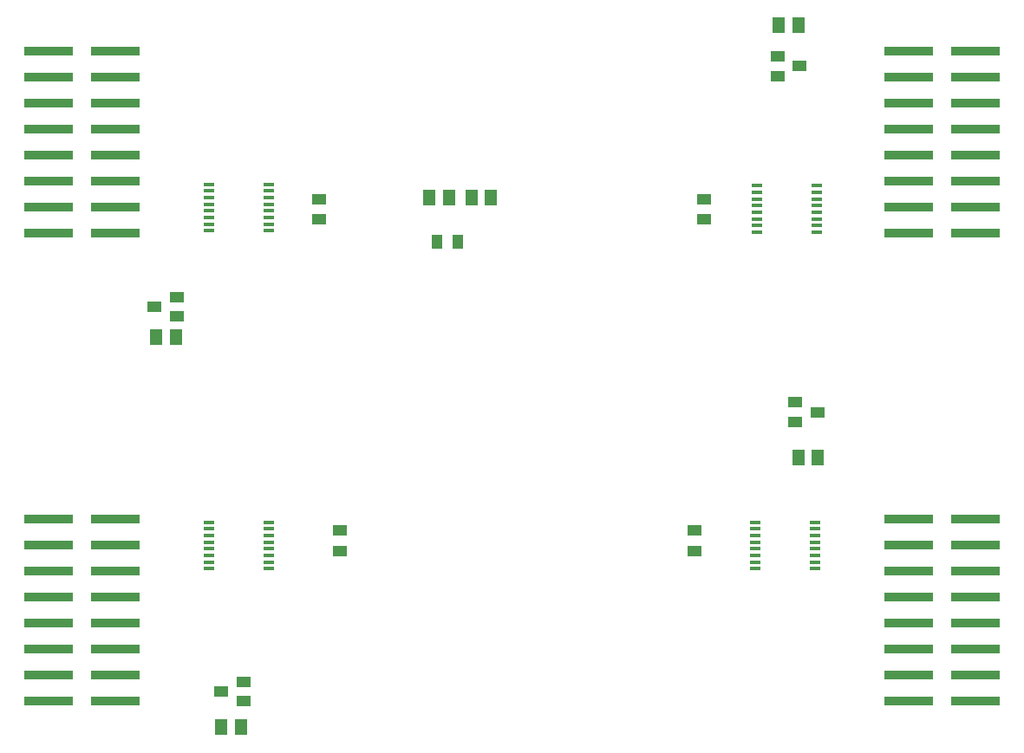
<source format=gtp>
G75*
%MOIN*%
%OFA0B0*%
%FSLAX24Y24*%
%IPPOS*%
%LPD*%
%AMOC8*
5,1,8,0,0,1.08239X$1,22.5*
%
%ADD10R,0.0512X0.0591*%
%ADD11R,0.0551X0.0394*%
%ADD12R,0.0551X0.0433*%
%ADD13R,0.0433X0.0551*%
%ADD14R,0.0390X0.0120*%
%ADD15R,0.1890X0.0350*%
D10*
X010897Y002400D03*
X011645Y002400D03*
X009145Y017400D03*
X008397Y017400D03*
X018897Y022775D03*
X019645Y022775D03*
X020522Y022775D03*
X021270Y022775D03*
X032334Y029400D03*
X033082Y029400D03*
X033084Y012775D03*
X033832Y012775D03*
D11*
X032963Y014151D03*
X032963Y014899D03*
X033829Y014525D03*
X032275Y027463D03*
X032275Y028212D03*
X033141Y027838D03*
X009204Y018962D03*
X009204Y018213D03*
X008338Y018588D03*
X011766Y004149D03*
X010900Y003775D03*
X011766Y003401D03*
D12*
X015458Y009194D03*
X015458Y009981D03*
X029083Y009981D03*
X029083Y009194D03*
X029458Y021944D03*
X029458Y022731D03*
X014646Y022731D03*
X014646Y021944D03*
D13*
X019189Y021088D03*
X019977Y021088D03*
D14*
X012732Y021504D03*
X012732Y021760D03*
X012732Y022016D03*
X012732Y022272D03*
X012732Y022528D03*
X012732Y022784D03*
X012732Y023040D03*
X012732Y023296D03*
X010434Y023296D03*
X010434Y023040D03*
X010434Y022784D03*
X010434Y022528D03*
X010434Y022272D03*
X010434Y022016D03*
X010434Y021760D03*
X010434Y021504D03*
X010434Y010296D03*
X010434Y010040D03*
X010434Y009784D03*
X010434Y009528D03*
X010434Y009272D03*
X010434Y009016D03*
X010434Y008760D03*
X010434Y008504D03*
X012732Y008504D03*
X012732Y008760D03*
X012732Y009016D03*
X012732Y009272D03*
X012732Y009528D03*
X012732Y009784D03*
X012732Y010040D03*
X012732Y010296D03*
X031434Y010296D03*
X031434Y010040D03*
X031434Y009784D03*
X031434Y009528D03*
X031434Y009272D03*
X031434Y009016D03*
X031434Y008760D03*
X031434Y008504D03*
X033732Y008504D03*
X033732Y008760D03*
X033732Y009016D03*
X033732Y009272D03*
X033732Y009528D03*
X033732Y009784D03*
X033732Y010040D03*
X033732Y010296D03*
X033794Y021442D03*
X033794Y021698D03*
X033794Y021954D03*
X033794Y022210D03*
X033794Y022465D03*
X033794Y022721D03*
X033794Y022977D03*
X033794Y023233D03*
X031497Y023233D03*
X031497Y022977D03*
X031497Y022721D03*
X031497Y022465D03*
X031497Y022210D03*
X031497Y021954D03*
X031497Y021698D03*
X031497Y021442D03*
D15*
X004274Y003400D03*
X004274Y004400D03*
X004274Y005400D03*
X004274Y006400D03*
X004274Y007400D03*
X004274Y008400D03*
X004274Y009400D03*
X004274Y010400D03*
X006833Y010400D03*
X006833Y009400D03*
X006833Y008400D03*
X006833Y007400D03*
X006833Y006400D03*
X006833Y005400D03*
X006833Y004400D03*
X006833Y003400D03*
X006833Y021400D03*
X006833Y022400D03*
X006833Y023400D03*
X006833Y024400D03*
X006833Y025400D03*
X006833Y026400D03*
X006833Y027400D03*
X006833Y028400D03*
X004274Y028400D03*
X004274Y027400D03*
X004274Y026400D03*
X004274Y025400D03*
X004274Y024400D03*
X004274Y023400D03*
X004274Y022400D03*
X004274Y021400D03*
X037333Y021400D03*
X037333Y022400D03*
X037333Y023400D03*
X037333Y024400D03*
X037333Y025400D03*
X037333Y026400D03*
X037333Y027400D03*
X037333Y028400D03*
X039892Y028400D03*
X039892Y027400D03*
X039892Y026400D03*
X039892Y025400D03*
X039892Y024400D03*
X039892Y023400D03*
X039892Y022400D03*
X039892Y021400D03*
X039892Y010400D03*
X039892Y009400D03*
X039892Y008400D03*
X039892Y007400D03*
X039892Y006400D03*
X039892Y005400D03*
X039892Y004400D03*
X039892Y003400D03*
X037333Y003400D03*
X037333Y004400D03*
X037333Y005400D03*
X037333Y006400D03*
X037333Y007400D03*
X037333Y008400D03*
X037333Y009400D03*
X037333Y010400D03*
M02*

</source>
